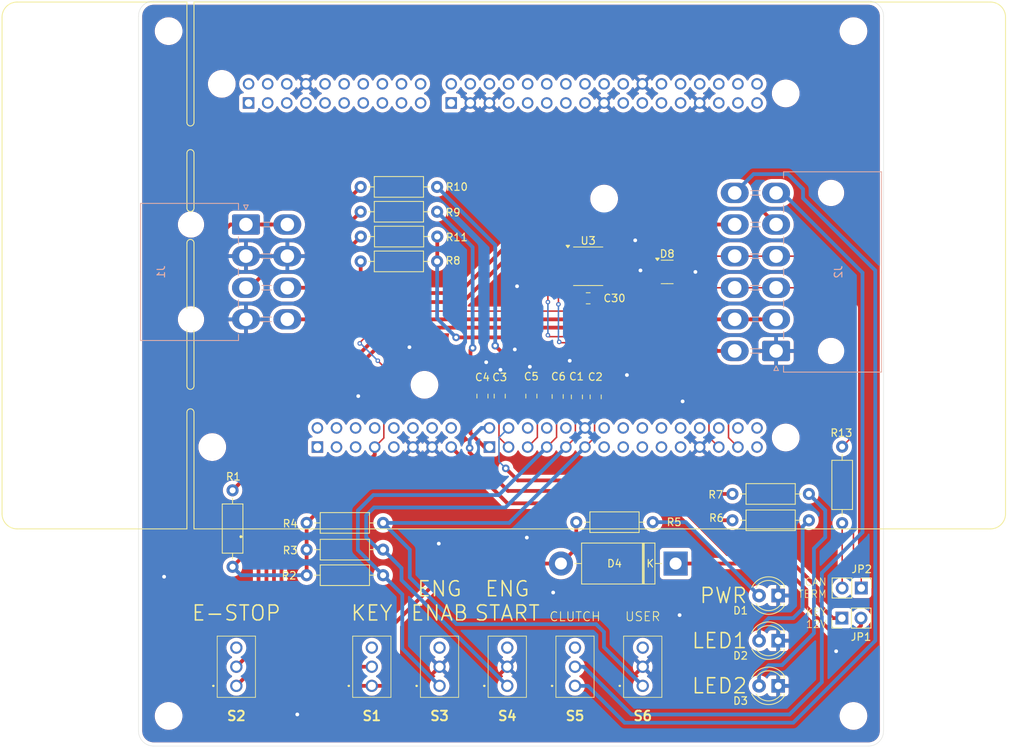
<source format=kicad_pcb>
(kicad_pcb (version 20240108) (generator "pcbnew") (generator_version "8.0")
  (layers (0 "F.Cu" signal) (31 "B.Cu" signal) (34 "B.Paste" user) (35 "F.Paste" user) (36 "B.SilkS" user "B.Silkscreen") (37 "F.SilkS" user "F.Silkscreen") (38 "B.Mask" user) (39 "F.Mask" user) (44 "Edge.Cuts" user))
  (net 0 "")
  (net 1 "/ENG_START")
  (net 2 "GND")
  (net 3 "/USER_SWITCH")
  (net 4 "/APS_2")
  (net 5 "/APS_1")
  (net 6 "/BRAKE_SWITCH")
  (net 7 "/ENG_ENABLE")
  (net 8 "+3V3")
  (net 9 "Net-(D1-A)")
  (net 10 "Net-(D2-A)")
  (net 11 "Net-(D3-A)")
  (net 12 "+12V")
  (net 13 "/KEYSWITCH_RETURN")
  (net 14 "/CANL")
  (net 15 "/CANH")
  (net 16 "Net-(J1-Pin_1)")
  (net 17 "/ESTOP_FEED")
  (net 18 "/ESTOP_RETURN")
  (net 19 "/KEYSWITCH_FEED")
  (net 20 "/CLUTCH_GND")
  (net 21 "/CLUTCH_RTN")
  (net 22 "/VIN")
  (net 23 "Net-(JP2-B)")
  (net 24 "/LED1")
  (net 25 "/LED2")
  (net 35 "/CAN_RX")
  (net 53 "/CAN_TX")
  (net 112 "/APS_2_FLT")
  (net 113 "/APS_1_FLT")
  (net 114 "/BRAKE_FLT")
  (footprint "MountingHole:MountingHole_3.2mm_M3" (layer "F.Cu") (at 65 53)
    (property "Reference" "REF**" (hide yes))
    (property "Value" "MountingHole_3.2mm_M3")
  )
  (footprint "Resistor_THT:R_Axial_DIN0207_L6.3mm_D2.5mm_P10.16mm_Horizontal" (layer "F.Cu") (at 154.5 118.38 90)
    (property "Reference" "R13")
    (property "Value" "120R")
  )
  (footprint "SamacSys_Parts:2MS1T2B4M2QES" (layer "F.Cu") (at 101 140)
    (property "Reference" "S3")
    (property "Value" "ENG_ENABLE" (hide yes))
  )
  (footprint "Capacitor_SMD:C_0805_2012Metric_Pad1.18x1.45mm_HandSolder" (layer "F.Cu") (at 106.7 101.5 -90)
    (property "Reference" "C4")
    (property "Value" "100n")
  )
  (footprint "Capacitor_SMD:C_0805_2012Metric_Pad1.18x1.45mm_HandSolder" (layer "F.Cu") (at 119.25 101.6 -90)
    (property "Reference" "C1")
    (property "Value" "100n")
  )
  (footprint "Capacitor_SMD:C_0805_2012Metric_Pad1.18x1.45mm_HandSolder" (layer "F.Cu") (at 120.75 88.5 180)
    (property "Reference" "C30")
    (property "Value" "100n")
  )
  (footprint "SamacSys_Parts:2MS1T2B4M2QES" (layer "F.Cu") (at 128 140)
    (property "Reference" "S6")
    (property "Value" "USER" (hide yes))
  )
  (footprint "Connector_PinHeader_2.54mm:PinHeader_1x02_P2.54mm_Vertical" (layer "F.Cu") (at 154.46 131 90)
    (property "Reference" "JP1")
    (property "Value" "12V_TO_VIN")
  )
  (footprint "Resistor_THT:R_Axial_DIN0207_L6.3mm_D2.5mm_P10.16mm_Horizontal" (layer "F.Cu") (at 90.540001 80.3)
    (property "Reference" "R11")
    (property "Value" "1k")
  )
  (footprint "Resistor_THT:R_Axial_DIN0207_L6.3mm_D2.5mm_P10.16mm_Horizontal" (layer "F.Cu") (at 119.17 118.25)
    (property "Reference" "R5")
    (property "Value" "10k")
  )
  (footprint "Resistor_THT:R_Axial_DIN0207_L6.3mm_D2.5mm_P10.16mm_Horizontal" (layer "F.Cu") (at 139.92 118)
    (property "Reference" "R6")
    (property "Value" "1k")
  )
  (footprint "Resistor_THT:R_Axial_DIN0207_L6.3mm_D2.5mm_P10.16mm_Horizontal" (layer "F.Cu") (at 100.68 83.6 180)
    (property "Reference" "R8")
    (property "Value" "10k")
  )
  (footprint "Capacitor_SMD:C_0805_2012Metric_Pad1.18x1.45mm_HandSolder" (layer "F.Cu") (at 116.7 101.55 -90)
    (property "Reference" "C6")
    (property "Value" "100n")
  )
  (footprint "LED_THT:LED_D4.0mm" (layer "F.Cu") (at 146 134 180)
    (property "Reference" "D2")
    (property "Value" "LED1-RED")
  )
  (footprint "custom:MODULE_NUCLEO-F429ZI" (layer "F.Cu") (at 109.54 84.14 90)
    (property "Reference" "U2" (hide yes))
    (property "Value" "NUCLEO-F429ZI")
  )
  (footprint "Capacitor_SMD:C_0805_2012Metric_Pad1.18x1.45mm_HandSolder" (layer "F.Cu") (at 121.75 101.6 -90)
    (property "Reference" "C2")
    (property "Value" "100n")
  )
  (footprint "Resistor_THT:R_Axial_DIN0207_L6.3mm_D2.5mm_P10.16mm_Horizontal" (layer "F.Cu") (at 90.52 77)
    (property "Reference" "R9")
    (property "Value" "1k")
  )
  (footprint "Capacitor_SMD:C_0805_2012Metric_Pad1.18x1.45mm_HandSolder" (layer "F.Cu") (at 109 101.5 -90)
    (property "Reference" "C3")
    (property "Value" "100n")
  )
  (footprint "SamacSys_Parts:2MS1T2B4M2QES" (layer "F.Cu") (at 110 140)
    (property "Reference" "S4")
    (property "Value" "ENG_START" (hide yes))
  )
  (footprint "MountingHole:MountingHole_3.2mm_M3" (layer "F.Cu") (at 99 100)
    (property "Reference" "REF**" (hide yes))
    (property "Value" "MountingHole_3.2mm_M3")
  )
  (footprint "Package_TO_SOT_SMD:SOT-23-3" (layer "F.Cu") (at 131.25 85)
    (property "Reference" "D8")
    (property "Value" "SM24CANB-02HTG")
  )
  (footprint "Resistor_THT:R_Axial_DIN0207_L6.3mm_D2.5mm_P10.16mm_Horizontal" (layer "F.Cu") (at 93.5 118.35 180)
    (property "Reference" "R4")
    (property "Value" "10k")
  )
  (footprint "Resistor_THT:R_Axial_DIN0207_L6.3mm_D2.5mm_P10.16mm_Horizontal" (layer "F.Cu") (at 93.5 125.3 180)
    (property "Reference" "R2")
    (property "Value" "10k")
  )
  (footprint "Resistor_THT:R_Axial_DIN0207_L6.3mm_D2.5mm_P10.16mm_Horizontal" (layer "F.Cu") (at 100.679999 73.7 180)
    (property "Reference" "R10")
    (property "Value" "1k")
  )
  (footprint "MountingHole:MountingHole_3.2mm_M3" (layer "F.Cu") (at 156 144)
    (property "Reference" "REF**" (hide yes))
    (property "Value" "MountingHole_3.2mm_M3")
  )
  (footprint "SamacSys_Parts:2MS1T2B4M2QES" (layer "F.Cu") (at 92 140)
    (property "Reference" "S1")
    (property "Value" "KEYSWITCH" (hide yes))
  )
  (footprint "SamacSys_Parts:2MS1T2B4M2QES" (layer "F.Cu") (at 119 140)
    (property "Reference" "S5")
    (property "Value" "CLUTCH" (hide yes))
  )
  (footprint "Package_SO:SOIC-8_3.9x4.9mm_P1.27mm" (layer "F.Cu") (at 120.75 84.25)
    (property "Reference" "U3")
    (property "Value" "SN65HVD233")
  )
  (footprint "Resistor_THT:R_Axial_DIN0207_L6.3mm_D2.5mm_P10.16mm_Horizontal" (layer "F.Cu") (at 139.92 114.5)
    (property "Reference" "R7")
    (property "Value" "1k")
  )
  (footprint "MountingHole:MountingHole_3.2mm_M3" (layer "F.Cu") (at 156 53)
    (property "Reference" "REF**" (hide yes))
    (property "Value" "MountingHole_3.2mm_M3")
  )
  (footprint "Resistor_THT:R_Axial_DIN0207_L6.3mm_D2.5mm_P10.16mm_Horizontal" (layer "F.Cu") (at 73.5 114.02 -90)
    (property "Reference" "R1")
    (property "Value" "120R")
  )
  (footprint "Capacitor_SMD:C_0805_2012Metric_Pad1.18x1.45mm_HandSolder" (layer "F.Cu") (at 113.2 101.5 -90)
    (property "Reference" "C5")
    (property "Value" "100n")
  )
  (footprint "Resistor_THT:R_Axial_DIN0207_L6.3mm_D2.5mm_P10.16mm_Horizontal" (layer "F.Cu") (at 93.5 121.9 180)
    (property "Reference" "R3")
    (property "Value" "10k")
  )
  (footprint "LED_THT:LED_D4.0mm" (layer "F.Cu") (at 146 128 180)
    (property "Reference" "D1")
    (property "Value" "KEYSWITCH-BLUE")
  )
  (footprint "LED_THT:LED_D4.0mm" (layer "F.Cu") (at 146 140 180)
    (property "Reference" "D3")
    (property "Value" "LED1-GREEN")
  )
  (footprint "Connector_PinHeader_2.54mm:PinHeader_1x02_P2.54mm_Vertical" (layer "F.Cu") (at 157.04 127 -90)
    (property "Reference" "JP2")
    (property "Value" "CAN_TERM")
  )
  (footprint "Diode_THT:D_DO-201AD_P15.24mm_Horizontal" (layer "F.Cu") (at 132.37 123.75 180)
    (property "Reference" "D4")
    (property "Value" "1N5820")
  )
  (footprint "MountingHole:MountingHole_3.2mm_M3" (layer "F.Cu") (at 65 144)
    (property "Reference" "REF**" (hide yes))
    (property "Value" "MountingHole_3.2mm_M3")
  )
  (footprint "SamacSys_Parts:2MS1T2B4M2QES" (layer "F.Cu") (at 74 140)
    (property "Reference" "S2")
    (property "Value" "E-STOP" (hide yes))
  )
  (footprint "Connector_Molex:Molex_Mini-Fit_Jr_5569-08A2_2x04_P4.20mm_Horizontal" (layer "B.Cu") (at 75.275 78.7 -90)
    (property "Reference" "J1")
    (property "Value" "39-30-1080")
  )
  (footprint "Connector_Molex:Molex_Mini-Fit_Jr_5569-12A2_2x06_P4.20mm_Horizontal" (layer "B.Cu") (at 145.725 95.5 90)
    (property "Reference" "J2")
    (property "Value" "39-30-1120")
  )
  (gr_arc (start 158 49) (mid 159.414214 49.585786) (end 160 51) (stroke (width 0.05)) (layer "Edge.Cuts"))
  (gr_line (start 63 49) (end 158 49) (stroke (width 0.05)) (layer "Edge.Cuts"))
  (gr_arc (start 63 148) (mid 61.585786 147.414214) (end 61 146) (stroke (width 0.05)) (layer "Edge.Cuts"))
  (gr_line (start 158 148) (end 63 148) (stroke (width 0.05)) (layer "Edge.Cuts"))
  (gr_arc (start 61 51) (mid 61.585786 49.585786) (end 63 49) (stroke (width 0.05)) (layer "Edge.Cuts"))
  (gr_arc (start 160 146) (mid 159.414214 147.414214) (end 158 148) (stroke (width 0.05)) (layer "Edge.Cuts"))
  (gr_line (start 61 146) (end 61 51) (stroke (width 0.05)) (layer "Edge.Cuts"))
  (gr_line (start 160 51) (end 160 146) (stroke (width 0.05)) (layer "Edge.Cuts"))
  (gr_text "KEY\n12V" (at 152.5 131 0) (layer "F.SilkS") (effects (font (size 1 1) (thickness 0.1)) (justify right)))
  (gr_text "LED1" (at 142 134 0) (layer "F.SilkS") (effects (font (size 2 2) (thickness 0.2)) (justify right)))
  (gr_text "LED2" (at 142 140 0) (layer "F.SilkS") (effects (font (size 2 2) (thickness 0.2)) (justify right)))
  (gr_text "ENG\nSTART" (at 110 131.5 0) (layer "F.SilkS") (effects (font (size 2 2) (thickness 0.2)) (justify bottom)))
  (gr_text "CAN\nTERM" (at 152.5 127 0) (layer "F.SilkS") (effects (font (size 1 1) (thickness 0.1)) (justify right)))
  (gr_text "KEY" (at 92 131.5 0) (layer "F.SilkS") (effects (font (size 2 2) (thickness 0.2)) (justify bottom)))
  (gr_text "ENG\nENAB" (at 101 131.5 0) (layer "F.SilkS") (effects (font (size 2 2) (thickness 0.2)) (justify bottom)))
  (gr_text "PWR" (at 142 128 0) (layer "F.SilkS") (effects (font (size 2 2) (thickness 0.2)) (justify right)))
  (gr_text "CLUTCH" (at 119 131.5 0) (layer "F.SilkS") (effects (font (size 1.2 1.2) (thickness 0.12)) (justify bottom)))
  (gr_text "E-STOP" (at 74 131.5 0) (layer "F.SilkS") (effects (font (size 2 2) (thickness 0.2)) (justify bottom)))
  (gr_text "USER" (at 128 131.5 0) (layer "F.SilkS") (effects (font (size 1.2 1.2) (thickness 0.12)) (justify bottom)))
  (segment (start 119.3 102.6375) (end 119.05 102.8875) (width 0.2) (layer "F.Cu") (net 1))
  (segment (start 119.05 107.010001) (end 117.79 108.270001) (width 0.2) (layer "F.Cu") (net 1))
  (segment (start 119.05 102.8875) (end 119.05 107.010001) (width 0.2) (layer "F.Cu") (net 1))
  (segment (start 110 140) (end 95.95 125.95) (width 0.5) (layer "B.Cu") (net 1))
  (segment (start 91.25 117.35) (end 91.25 120.25) (width 0.5) (layer "B.Cu") (net 1))
  (segment (start 92.3 116.3) (end 91.25 117.35) (width 0.5) (layer "B.Cu") (net 1))
  (segment (start 91.25 120.25) (end 92.9 121.9) (width 0.5) (layer "B.Cu") (net 1))
  (segment (start 117.79 108.270001) (end 109.760001 116.3) (width 0.5) (layer "B.Cu") (net 1))
  (segment (start 95.95 125.95) (end 95.95 124.35) (width 0.5) (layer "B.Cu") (net 1))
  (segment (start 95.95 124.35) (end 93.5 121.9) (width 0.5) (layer "B.Cu") (net 1))
  (segment (start 109.760001 116.3) (end 92.3 116.3) (width 0.5) (layer "B.Cu") (net 1))
  (segment (start 92.9 121.9) (end 93.5 121.9) (width 0.2) (layer "B.Cu") (net 1))
  (via (at 125.9 98.7) (size 1) (drill 0.5) (layers "F.Cu" "B.Cu") (net 2))
  (via (at 97 95) (size 1) (drill 0.5) (layers "F.Cu" "B.Cu") (net 2))
  (via (at 82.1 143.8) (size 1) (drill 0.5) (layers "F.Cu" "B.Cu") (net 2))
  (via (at 153.7 135.4) (size 1) (drill 0.5) (layers "F.Cu" "B.Cu") (net 2))
  (via (at 113 97.6) (size 1) (drill 0.5) (layers "F.Cu" "B.Cu") (net 2))
  (via (at 127.7 84.8) (size 1) (drill 0.5) (layers "F.Cu" "B.Cu") (net 2))
  (via (at 111 95.3) (size 1) (drill 0.5) (layers "F.Cu" "B.Cu") (net 2))
  (via (at 132.9 130.6) (size 1) (drill 0.5) (layers "F.Cu" "B.Cu") (net 2))
  (via (at 107.2 97) (size 1) (drill 0.5) (layers "F.Cu" "B.Cu") (net 2))
  (via (at 90.2 101.5) (size 1) (drill 0.5) (layers "F.Cu" "B.Cu") (net 2))
  (via (at 133.3 102.2) (size 1) (drill 0.5) (layers "F.Cu" "B.Cu") (net 2))
  (via (at 112.6 120.3) (size 1) (drill 0.5) (layers "F.Cu" "B.Cu") (net 2))
  (via (at 64.4 125.5) (size 1) (drill 0.5) (layers "F.Cu" "B.Cu") (net 2))
  (via (at 135 85) (size 1) (drill 0.5) (layers "F.Cu" "B.Cu") (net 2))
  (via (at 109.1 98) (size 1) (drill 0.5) (layers "F.Cu" "B.Cu") (net 2))
  (via (at 100.9 121.1) (size 1) (drill 0.5) (layers "F.Cu" "B.Cu") (net 2))
  (via (at 118.3 96.8) (size 1) (drill 0.5) (layers "F.Cu" "B.Cu") (net 2))
  (via (at 127 80.8) (size 1) (drill 0.5) (layers "F.Cu" "B.Cu") (net 2))
  (via (at 111.3 86.9) (size 1) (drill 0.5) (layers "F.Cu" "B.Cu") (net 2))
  (via (at 116.1 127.6) (size 1) (drill 0.5) (layers "F.Cu" "B.Cu") (net 2))
  (segment (start 121.75 102.6375) (end 121.6 102.7875) (width 0.2) (layer "F.Cu") (net 3))
  (segment (start 121.6 102.7875) (end 121.6 107) (width 0.2) (layer "F.Cu") (net 3))
  (segment (start 121.6 107) (end 120.33 108.27) (width 0.2) (layer "F.Cu") (net 3))
  (segment (start 122.85 132.85) (end 121.8 131.8) (width 0.5) (layer "B.Cu") (net 3))
  (segment (start 122.85 134.85) (end 122.85 132.85) (width 0.5) (layer "B.Cu") (net 3))
  (segment (start 93.5 118.35) (end 110.25 118.35) (width 0.5) (layer "B.Cu") (net 3))
  (segment (start 103.25 131.8) (end 97.05 125.6) (width 0.5) (layer "B.Cu") (net 3))
  (segment (start 97.05 125.6) (end 97.05 121.9) (width 0.5) (layer "B.Cu") (net 3))
  (segment (start 110.25 118.35) (end 120.33 108.27) (width 0.5) (layer "B.Cu") (net 3))
  (segment (start 128 140) (end 122.85 134.85) (width 0.5) (layer "B.Cu") (net 3))
  (segment (start 97.05 121.9) (end 93.5 118.35) (width 0.5) (layer "B.Cu") (net 3))
  (segment (start 121.8 131.8) (end 103.25 131.8) (width 0.5) (layer "B.Cu") (net 3))
  (segment (start 75.8 87.1) (end 77.9 85) (width 0.5) (layer "F.Cu") (net 4))
  (segment (start 75.275 87.1) (end 75.8 87.1) (width 0.5) (layer "F.Cu") (net 4))
  (segment (start 77.9 85) (end 83.6 85) (width 0.5) (layer "F.Cu") (net 4))
  (segment (start 85.7 78.519999) (end 90.519999 73.7) (width 0.5) (layer "F.Cu") (net 4))
  (segment (start 85.7 82.9) (end 85.7 78.519999) (width 0.5) (layer "F.Cu") (net 4))
  (segment (start 83.6 85) (end 85.7 82.9) (width 0.5) (layer "F.Cu") (net 4))
  (segment (start 87.5 80.02) (end 90.52 77) (width 0.5) (layer "F.Cu") (net 5))
  (segment (start 80.775 87.1) (end 85 87.1) (width 0.5) (layer "F.Cu") (net 5))
  (segment (start 87.5 84.6) (end 87.5 80.02) (width 0.5) (layer "F.Cu") (net 5))
  (segment (start 85 87.1) (end 87.5 84.6) (width 0.5) (layer "F.Cu") (net 5))
  (segment (start 88.8 82.040001) (end 90.540001 80.3) (width 0.5) (layer "F.Cu") (net 6))
  (segment (start 85.1 91.3) (end 88.8 87.6) (width 0.5) (layer "F.Cu") (net 6))
  (segment (start 88.8 87.6) (end 88.8 82.040001) (width 0.5) (layer "F.Cu") (net 6))
  (segment (start 80.775 91.3) (end 85.1 91.3) (width 0.5) (layer "F.Cu") (net 6))
  (segment (start 116.7 102.5875) (end 116.55 102.7375) (width 0.2) (layer "F.Cu") (net 7))
  (segment (start 116.55 102.7375) (end 116.55 106.97) (width 0.2) (layer "F.Cu") (net 7))
  (segment (start 116.55 106.97) (end 115.25 108.27) (width 0.2) (layer "F.Cu") (net 7))
  (segment (start 90.15 116.7) (end 92.2 114.65) (width 0.5) (layer "B.Cu") (net 7))
  (segment (start 108.87 114.65) (end 115.25 108.27) (width 0.5) (layer "B.Cu") (net 7))
  (segment (start 96.05 135.05) (end 96.05 127.85) (width 0.5) (layer "B.Cu") (net 7))
  (segment (start 92.2 114.65) (end 108.87 114.65) (width 0.5) (layer "B.Cu") (net 7))
  (segment (start 101 140) (end 96.05 135.05) (width 0.5) (layer "B.Cu") (net 7))
  (segment (start 96.05 127.85) (end 93.5 125.3) (width 0.5) (layer "B.Cu") (net 7))
  (segment (start 90.15 121.95) (end 90.15 116.7) (width 0.5) (layer "B.Cu") (net 7))
  (segment (start 93.5 125.3) (end 90.15 121.95) (width 0.5) (layer "B.Cu") (net 7))
  (segment (start 118.275 84.885) (end 119.885 84.885) (width 0.2) (layer "F.Cu") (net 8))
  (segment (start 92.39 108.27) (end 93.6 107.06) (width 0.2) (layer "F.Cu") (net 8))
  (segment (start 119.885 84.885) (end 120.5 85.5) (width 0.2) (layer "F.Cu") (net 8))
  (segment (start 118.0125 90.2) (end 119.7125 88.5) (width 0.2) (layer "F.Cu") (net 8))
  (segment (start 92.39 109.3) (end 83.34 118.35) (width 0.5) (layer "F.Cu") (net 8))
  (segment (start 75.9 103.4) (end 90.52 88.78) (width 0.5) (layer "F.Cu") (net 8))
  (segment (start 93.6 97.6) (end 92.8 96.8) (width 0.2) (layer "F.Cu") (net 8))
  (segment (start 83.34 118.35) (end 83.34 121.9) (width 0.5) (layer "F.Cu") (net 8))
  (segment (start 90.4 94.5) (end 90.4 94.4) (width 0.2) (layer "F.Cu") (net 8))
  (segment (start 119.7125 88.0375) (end 119.7125 88.5) (width 0.2) (layer "F.Cu") (net 8))
  (segment (start 120.5 85.5) (end 120.5 87.25) (width 0.2) (layer "F.Cu") (net 8))
  (segment (start 93.6 104.4) (end 93.6 97.6) (width 0.2) (layer "F.Cu") (net 8))
  (segment (start 83.34 125.3) (end 83.34 121.9) (width 0.5) (layer "F.Cu") (net 8))
  (segment (start 92.39 108.27) (end 92.39 109.3) (width 0.5) (layer "F.Cu") (net 8))
  (segment (start 75.9 121.78) (end 75.9 103.4) (width 0.5) (layer "F.Cu") (net 8))
  (segment (start 90.4 94.4) (end 94.6 90.2) (width 0.2) (layer "F.Cu") (net 8))
  (segment (start 90.52 88.78) (end 90.52 83.6) (width 0.5) (layer "F.Cu") (net 8))
  (segment (start 94.6 90.2) (end 118.0125 90.2) (width 0.2) (layer "F.Cu") (net 8))
  (segment (start 120.5 87.25) (end 119.7125 88.0375) (width 0.2) (layer "F.Cu") (net 8))
  (segment (start 93.6 107.06) (end 93.6 104.4) (width 0.2) (layer "F.Cu") (net 8))
  (segment (start 73.5 124.18) (end 75.9 121.78) (width 0.5) (layer "F.Cu") (net 8))
  (via (at 90.4 94.5) (size 0.6) (drill 0.3) (layers "F.Cu" "B.Cu") (net 8))
  (via (at 92.8 96.8) (size 0.6) (drill 0.3) (layers "F.Cu" "B.Cu") (net 8))
  (segment (start 83.34 125.3) (end 74.62 125.3) (width 0.5) (layer "B.Cu") (net 8))
  (segment (start 92.39 108.81) (end 92.39 108.27) (width 0.5) (layer "B.Cu") (net 8))
  (segment (start 90.5 94.5) (end 90.4 94.5) (width 0.2) (layer "B.Cu") (net 8))
  (segment (start 74.62 125.3) (end 73.5 124.18) (width 0.5) (layer "B.Cu") (net 8))
  (segment (start 92.8 96.8) (end 90.5 94.5) (width 0.2) (layer "B.Cu") (net 8))
  (segment (start 129.33 118.25) (end 133.71 118.25) (width 0.5) (layer "B.Cu") (net 9))
  (segment (start 133.71 118.25) (end 143.46 128) (width 0.5) (layer "B.Cu") (net 9))
  (segment (start 149.25 118.83) (end 150.08 118) (width 0.5) (layer "B.Cu") (net 10))
  (segment (start 144.75 131) (end 148 131) (width 0.5) (layer "B.Cu") (net 10))
  (segment (start 143.46 134) (end 143.46 132.29) (width 0.5) (layer "B.Cu") (net 10))
  (segment (start 143.46 132.29) (end 144.75 131) (width 0.5) (layer "B.Cu") (net 10))
  (segment (start 148 131) (end 149.25 129.75) (width 0.5) (layer "B.Cu") (net 10))
  (segment (start 149.25 129.75) (end 149.25 118.83) (width 0.5) (layer "B.Cu") (net 10))
  (segment (start 146.5 137.25) (end 150.75 133) (width 0.5) (layer "B.Cu") (net 11))
  (segment (start 143.46 140) (end 143.46 138.54) (width 0.5) (layer "B.Cu") (net 11))
  (segment (start 150.75 133) (end 150.75 121.75) (width 0.5) (layer "B.Cu") (net 11))
  (segment (start 144.75 137.25) (end 146.5 137.25) (width 0.5) (layer "B.Cu") (net 11))
  (segment (start 152.25 116.67) (end 150.08 114.5) (width 0.5) (layer "B.Cu") (net 11))
  (segment (start 152.25 120.25) (end 152.25 116.67) (width 0.5) (layer "B.Cu") (net 11))
  (segment (start 143.46 138.54) (end 144.75 137.25) (width 0.5) (layer "B.Cu") (net 11))
  (segment (start 150.75 121.75) (end 152.25 120.25) (width 0.5) (layer "B.Cu") (net 11))
  (segment (start 146.25 123.75) (end 149.75 127.25) (width 0.5) (layer "F.Cu") (net 12))
  (segment (start 156 133) (end 157 132) (width 0.5) (layer "F.Cu") (net 12))
  (segment (start 149.75 129.5) (end 153.25 133) (width 0.5) (layer "F.Cu") (net 12))
  (segment (start 157 132) (end 157 131) (width 0.5) (layer "F.Cu") (net 12))
  (segment (start 149.75 127.25) (end 149.75 129.5) (width 0.5) (layer "F.Cu") (net 12))
  (segment (start 132.37 123.75) (end 146.25 123.75) (width 0.5) (layer "F.Cu") (net 12))
  (segment (start 153.25 133) (end 156 133) (width 0.5) (layer "F.Cu") (net 12))
  (segment (start 145.724999 91.3) (end 145.725 91.300001) (width 0.5) (layer "F.Cu") (net 13))
  (segment (start 95 138.5) (end 95 131.75) (width 0.5) (layer "F.Cu") (net 13))
  (segment (start 92 140) (end 93.5 140) (width 0.5) (layer "F.Cu") (net 13))
  (segment (start 119.17 118.25) (end 119.17 121.71) (width 0.5) (layer "F.Cu") (net 13))
  (segment (start 94.95 91.3) (end 140.225 91.3) (width 0.5) (layer "F.Cu") (net 13))
  (segment (start 90 140) (end 79 129) (width 0.5) (layer "F.Cu") (net 13))
  (segment (start 95 131.75) (end 103 123.75) (width 0.5) (layer "F.Cu") (net 13))
  (segment (start 79 107.25) (end 94.95 91.3) (width 0.5) (layer "F.Cu") (net 13))
  (segment (start 79 129) (end 79 107.25) (width 0.5) (layer "F.Cu") (net 13))
  (segment (start 103 123.75) (end 117.13 123.75) (width 0.5) (layer "F.Cu") (net 13))
  (segment (start 140.225 91.3) (end 145.724999 91.3) (width 0.5) (layer "F.Cu") (net 13))
  (segment (start 92 140) (end 90 140) (width 0.5) (layer "F.Cu") (net 13))
  (segment (start 93.5 140) (end 95 138.5) (width 0.5) (layer "F.Cu") (net 13))
  (segment (start 119.17 121.71) (end 117.13 123.75) (width 0.5) (layer "F.Cu") (net 13))
  (segment (start 155.4 107.32) (end 154.5 108.22) (width 0.2) (layer "F.Cu") (net 14))
  (segment (start 128.9625 87.1) (end 128.75 87.1) (width 0.2) (layer "F.Cu") (net 14))
  (segment (start 145.725 87.1) (end 152.6 87.1) (width 0.2) (layer "F.Cu") (net 14))
  (segment (start 145.725 87.1) (end 140.225 87.1) (width 0.2) (layer "F.Cu") (net 14))
  (segment (start 127.35 87.1) (end 128.75 87.1) (width 0.2) (layer "F.Cu") (net 14))
  (segment (start 152.6 87.1) (end 155.4 89.9) (width 0.2) (layer "F.Cu") (net 14))
  (segment (start 125.135 84.885) (end 127.35 87.1) (width 0.2) (layer "F.Cu") (net 14))
  (segment (start 123.225 84.885) (end 125.135 84.885) (width 0.2) (layer "F.Cu") (net 14))
  (segment (start 130.1125 85.95) (end 128.9625 87.1) (width 0.2) (layer "F.Cu") (net 14))
  (segment (start 155.4 89.9) (end 155.4 107.32) (width 0.2) (layer "F.Cu") (net 14))
  (segment (start 128.75 87.1) (end 140.225 87.1) (width 0.2) (layer "F.Cu") (net 14))
  (segment (start 128.9625 82.9) (end 128.75 82.9) (width 0.2) (layer "F.Cu") (net 15))
  (segment (start 125.635 83.615) (end 123.225 83.615) (width 0.2) (layer "F.Cu") (net 15))
  (segment (start 140.225 82.9) (end 128.75 82.9) (width 0.2) (layer "F.Cu") (net 15))
  (segment (start 140.225 82.9) (end 145.724999 82.9) (width 0.2) (layer "F.Cu") (net 15))
  (segment (start 130.1125 84.05) (end 128.9625 82.9) (width 0.2) (layer "F.Cu") (net 15))
  (segment (start 128.75 82.9) (end 126.35 82.9) (width 0.2) (layer "F.Cu") (net 15))
  (segment (start 156 89.8) (end 149.100001 82.900001) (width 0.2) (layer "F.Cu") (net 15))
  (segment (start 156 123) (end 156 89.8) (width 0.2) (layer "F.Cu") (net 15))
  (segment (start 157.04 124.04) (end 156 123) (width 0.2) (layer "F.Cu") (net 15))
  (segment (start 149.100001 82.900001) (end 145.725 82.900001) (width 0.2) (layer "F.Cu") (net 15))
  (segment (start 126.35 82.9) (end 125.635 83.615) (width 0.2) (layer "F.Cu") (net 15))
  (segment (start 157.04 127) (end 157.04 124.04) (width 0.2) (layer "F.Cu") (net 15))
  (segment (start 145.724999 82.9) (end 145.725 82.900001) (width 0.2) (layer "F.Cu") (net 15))
  (segment (start 74.7 97.2) (end 71.4 93.9) (width 0.5) (layer "F.Cu") (net 16))
  (segment (start 73.5 114.02) (end 74.7 112.82) (width 0.5) (layer "F.Cu") (net 16))
  (segment (start 80.775 78.7) (end 75.275 78.7) (width 0.5) (layer "F.Cu") (net 16))
  (segment (start 74.7 112.82) (end 74.7 97.2) (width 0.5) (layer "F.Cu") (net 16))
  (segment (start 71.4 80.5) (end 73.2 78.7) (width 0.5) (layer "F.Cu") (net 16))
  (segment (start 73.2 78.7) (end 75.275 78.7) (width 0.5) (layer "F.Cu") (net 16))
  (segment (start 71.4 93.9) (end 71.4 80.5) (width 0.5) (layer "F.Cu") (net 16))
  (segment (start 76.95 103.95) (end 93.1 87.8) (width 0.5) (layer "F.Cu") (net 17))
  (segment (start 113.7 77.7) (end 136.3 77.7) (width 0.5) (layer "F.Cu") (net 17))
  (segment (start 93.1 87.8) (end 103.6 87.8) (width 0.5) (layer "F.Cu") (net 17))
  (segment (start 143.625 76.6) (end 145.725 78.7) (width 0.5) (layer "F.Cu") (net 17))
  (segment (start 76.95 134.51) (end 76.95 103.95) (width 0.5) (layer "F.Cu") (net 17))
  (segment (start 103.6 87.8) (end 113.7 77.7) (width 0.5) (layer "F.Cu") (net 17))
  (segment (start 136.3 77.7) (end 137.4 76.6) (width 0.5) (layer "F.Cu") (net 17))
  (segment (start 74 137.46) (end 76.95 134.51) (width 0.5) (layer "F.Cu") (net 17))
  (segment (start 137.4 76.6) (end 143.625 76.6) (width 0.5) (layer "F.Cu") (net 17))
  (segment (start 93.8 89) (end 78 104.8) (width 0.5) (layer "F.Cu") (net 18))
  (segment (start 104.1 89) (end 93.8 89) (width 0.5) (layer "F.Cu") (net 18))
  (segment (start 140.225 78.7) (end 114.4 78.7) (width 0.5) (layer "F.Cu") (net 18))
  (segment (start 78 136) (end 74 140) (width 0.5) (layer "F.Cu") (net 18))
  (segment (start 78 104.8) (end 78 136) (width 0.5) (layer "F.Cu") (net 18))
  (segment (start 114.4 78.7) (end 104.1 89) (width 0.5) (layer "F.Cu") (net 18))
  (segment (start 92 137.46) (end 89.46 137.46) (width 0.5) (layer "F.Cu") (net 19))
  (segment (start 137.9 95.5) (end 140.225 95.5) (width 0.5) (layer "F.Cu") (net 19))
  (segment (start 80 128) (end 80 107.75) (width 0.5) (layer "F.Cu") (net 19))
  (segment (start 80 107.75) (end 95.35 92.4) (width 0.5) (layer "F.Cu") (net 19))
  (segment (start 89.46 137.46) (end 80 128) (width 0.5) (layer "F.Cu") (net 19))
  (segment (start 95.35 92.4) (end 134.8 92.4) (width 0.5) (layer "F.Cu") (net 19))
  (segment (start 134.8 92.4) (end 137.9 95.5) (width 0.5) (layer "F.Cu") (net 19))
  (segment (start 145.725 74.500001) (end 146.600001 74.500001) (width 0.5) (layer "B.Cu") (net 20))
  (segment (start 157.2 119.6) (end 151.8 125) (width 0.5) (layer "B.Cu") (net 20))
  (segment (start 147.5 143.8) (end 126.5 143.8) (width 0.5) (layer "B.Cu") (net 20))
  (segment (start 151.8 139.5) (end 147.5 143.8) (width 0.5) (layer "B.Cu") (net 20))
  (segment (start 146.600001 74.500001) (end 157.2 85.1) (width 0.5) (layer "B.Cu") (net 20))
  (segment (start 120.16 137.46) (end 119 137.46) (width 0.5) (layer "B.Cu") (net 20))
  (segment (start 126.5 143.8) (end 120.16 137.46) (width 0.5) (layer "B.Cu") (net 20))
  (segment (start 157.2 85.1) (end 157.2 119.6) (width 0.5) (layer "B.Cu") (net 20))
  (segment (start 151.8 125) (end 151.8 139.5) (width 0.5) (layer "B.Cu") (net 20))
  (segment (start 120.7 140) (end 125.6 144.9) (width 0.5) (layer "B.Cu") (net 21))
  (segment (start 125.6 144.9) (end 148 144.9) (width 0.5) (layer "B.Cu") (net 21))
  (segment (start 158.9 84.8) (end 149.3 75.2) (width 0.5) (layer "B.Cu") (net 21))
  (segment (start 149.3 75.2) (end 149.3 74) (width 0.5) (layer "B.Cu") (net 21))
  (segment (start 148 144.9) (end 158.9 134) (width 0.5) (layer "B.Cu") (net 21))
  (segment (start 158.9 134) (end 158.9 84.8) (width 0.5) (layer "B.Cu") (net 21))
  (segment (start 142.725 72) (end 140.225 74.5) (width 0.5) (layer "B.Cu") (net 21))
  (segment (start 147.3 72) (end 142.725 72) (width 0.5) (layer "B.Cu") (net 21))
  (segment (start 119 140) (end 120.7 140) (width 0.5) (layer "B.Cu") (net 21))
  (segment (start 149.3 74) (end 147.3 72) (width 0.5) (layer "B.Cu") (net 21))
  (segment (start 132.5 115.75) (end 110.03 115.75) (width 0.5) (layer "F.Cu") (net 22))
  (segment (start 151.25 129) (end 151.25 127) (width 0.5) (layer "F.Cu") (net 22))
  (segment (start 154.46 131) (end 153.25 131) (width 0.5) (layer "F.Cu") (net 22))
  (segment (start 151.25 127) (end 146.75 122.5) (width 0.5) (layer "F.Cu") (net 22))
  (segment (start 139.25 122.5) (end 132.5 115.75) (width 0.5) (layer "F.Cu") (net 22))
  (segment (start 110.03 115.75) (end 102.55 108.27) (width 0.5) (layer "F.Cu") (net 22))
  (segment (start 146.75 122.5) (end 139.25 122.5) (width 0.5) (layer "F.Cu") (net 22))
  (segment (start 153.25 131) (end 151.25 129) (width 0.5) (layer "F.Cu") (net 22))
  (segment (start 154.5 118.38) (end 154.5 127) (width 0.2) (layer "F.Cu") (net 23))
  (segment (start 105 109.00173) (end 105 108.4) (width 0.5) (layer "F.Cu") (net 24))
  (segment (start 132.8 114.1) (end 110.09827 114.1) (width 0.5) (layer "F.Cu") (net 24))
  (segment (start 139.92 118) (end 136.7 118) (width 0.5) (layer "F.Cu") (net 24))
  (segment (start 110.09827 114.1) (end 105 109.00173) (width 0.5) (layer "F.Cu") (net 24))
  (segment (start 136.7 118) (end 132.8 114.1) (width 0.5) (layer "F.Cu") (net 24))
  (via (at 105 108.4) (size 1) (drill 0.5) (layers "F.Cu" "B.Cu") (net 24))
  (segment (start 105 108.4) (end 105 107.3) (width 0.5) (layer "B.Cu") (net 24))
  (segment (start 106.570001 105.729999) (end 107.63 105.729999) (width 0.5) (layer "B.Cu") (net 24))
  (segment (start 105 107.3) (end 106.570001 105.729999) (width 0.5) (layer "B.Cu") (net 24))
  (segment (start 111.4 112.7) (end 109.8 111.1) (width 0.5) (layer "F.Cu") (net 25))
  (segment (start 139.92 114.5) (end 135.9 114.5) (width 0.5) (layer "F.Cu") (net 25))
  (segment (start 134.1 112.7) (end 111.4 112.7) (width 0.5) (layer "F.Cu") (net 25))
  (segment (start 135.9 114.5) (end 134.1 112.7) (width 0.5) (layer "F.Cu") (net 25))
  (via (at 109.8 111.1) (size 1) (drill 0.5) (layers "F.Cu" "B.Cu") (net 25))
  (segment (start 108.9 110.2) (end 109.8 111.1) (width 0.2) (layer "B.Cu") (net 25))
  (segment (start 110.17 105.73) (end 108.9 107) (width 0.2) (layer "B.Cu") (net 25))
  (segment (start 108.9 107) (end 108.9 110.2) (width 0.2) (layer "B.Cu") (net 25))
  (segment (start 116.9 94.3) (end 117 94.4) (width 0.2) (layer "F.Cu") (net 35))
  (segment (start 136.8 100.1) (end 136.8 106.96) (width 0.2) (layer "F.Cu") (net 35))
  (segment (start 136.8 106.96) (end 138.11 108.27) (width 0.2) (layer "F.Cu") (net 35))
  (segment (start 116.8 89.3) (end 116.8 87.63) (width 0.2) (layer "F.Cu") (net 35))
  (segment (start 116.8 87.63) (end 118.275 86.155) (width 0.2) (layer "F.Cu") (net 35))
  (segment (start 131.1 94.4) (end 136.8 100.1) (width 0.2) (layer "F.Cu") (net 35))
  (segment (start 117 94.4) (end 131.1 94.4) (width 0.2) (layer "F.Cu") (net 35))
  (via (at 116.8 89.3) (size 0.6) (drill 0.3) (layers "F.Cu" "B.Cu") (net 35))
  (via (at 116.9 94.3) (size 0.6) (drill 0.3) (layers "F.Cu" "B.Cu") (net 35))
  (segment (start 116.9 94.3) (end 116.8 94.2) (width 0.2) (layer "B.Cu") (net 35))
  (segment (start 116.8 94.2) (end 116.8 89.3) (width 0.2) (layer "B.Cu") (net 35))
  (segment (start 139.4 101.6) (end 135.8 98) (width 0.2) (layer "F.Cu") (net 53))
  (segment (start 140.65 108.270001) (end 139.4 107.020001) (width 0.2) (layer "F.Cu") (net 53))
  (segment (start 139.4 107.020001) (end 139.4 105.5) (width 0.2) (layer "F.Cu") (net 53))
  (segment (start 114.1 85.8) (end 114.1 83.6) (width 0.2) (layer "F.Cu") (net 53))
  (segment (start 115.355 82.345) (end 118.275 82.345) (width 0.2) (layer "F.Cu") (net 53))
  (segment (start 135.8 98) (end 131.4 93.6) (width 0.2) (layer "F.Cu") (net 53))
  (segment (start 126.5 93.6) (end 115.6 93.6) (width 0.2) (layer "F.Cu") (net 53))
  (segment (start 139.4 105.5) (end 139.4 101.6) (width 0.2) (layer "F.Cu") (net 53))
  (segment (start 115.4 87.1) (end 114.1 85.8) (width 0.2) (layer "F.Cu") (net 53))
  (segment (start 115.6 93.6) (end 115.4 93.4) (width 0.2) (layer "F.Cu") (net 53))
  (segment (start 115.4 89) (end 115.4 87.1) (width 0.2) (layer "F.Cu") (net 53))
  (segment (start 131.4 93.6) (end 126.5 93.6) (width 0.2) (layer "F.Cu") (net 53))
  (segment (start 114.1 83.6) (end 115.355 82.345) (width 0.2) (layer "F.Cu") (net 53))
  (via (at 115.4 89) (size 0.6) (drill 0.3) (layers "F.Cu" "B.Cu") (net 53))
  (via (at 115.4 93.4) (size 0.6) (drill 0.3) (layers "F.Cu" "B.Cu") (net 53))
  (segment (start 115.4 93.4) (end 115.4 89) (width 0.2) (layer "B.Cu") (net 53))
  (segment (start 108.4 94.8) (end 111.1 97.5) (width 0.5) (layer "F.Cu") (net 112))
  (segment (start 109.8625 102.5375) (end 109 102.5375) (width 0.5) (layer "F.Cu") (net 112))
  (segment (start 111.1 101.3) (end 109.8625 102.5375) (width 0.5) (layer "F.Cu") (net 112))
  (segment (start 108.9 102.6375) (end 109 102.5375) (width 0.2) (layer "F.Cu") (net 112))
  (segment (start 108.9 107) (end 108.9 102.6375) (width 0.2) (layer "F.Cu") (net 112))
  (segment (start 110.17 108.27) (end 108.9 107) (width 0.2) (layer "F.Cu") (net 112))
  (segment (start 111.1 97.5) (end 111.1 101.3) (width 0.5) (layer "F.Cu") (net 112))
  (via (at 108.4 94.8) (size 1) (drill 0.5) (layers "F.Cu" "B.Cu") (net 112))
  (segment (start 100.679999 73.7) (end 108.4 81.420001) (width 0.5) (layer "B.Cu") (net 112))
  (segment (start 108.4 81.420001) (end 108.4 94.8) (width 0.5) (layer "B.Cu") (net 112))
  (segment (start 105.1099 106.4099) (end 106.970001 108.270001) (width 0.5) (layer "F.Cu") (net 113))
  (segment (start 106.970001 108.270001) (end 107.63 108.270001) (width 0.5) (layer "F.Cu") (net 113))
  (segment (start 105.1099 95.3901) (end 105.1099 103.9) (width 0.5) (layer "F.Cu") (net 113))
  (segment (start 106.7 102.5375) (end 106.4724 102.5375) (width 0.5) (layer "F.Cu") (net 113))
  (segment (start 106.4724 102.5375) (end 105.1099 103.9) (width 0.5) (layer "F.Cu") (net 113))
  (segment (start 105.4 95.1) (end 105.1099 95.3901) (width 0.5) (layer "F.Cu") (net 113))
  (segment (start 105.1099 103.9) (end 105.1099 106.4099) (width 0.5) (layer "F.Cu") (net 113))
  (via (at 105.4 95.1) (size 1) (drill 0.5) (layers "F.Cu" "B.Cu") (net 113))
  (segment (start 100.68 77) (end 105.4 81.72) (width 0.5) (layer "B.Cu") (net 113))
  (segment (start 105.4 81.72) (end 105.4 95.1) (width 0.5) (layer "B.Cu") (net 113))
  (segment (start 112.71 108.27) (end 114 106.98) (width 0.2) (layer "F.Cu") (net 114))
  (segment (start 113.4625 102.5375) (end 113.2 102.5375) (width 0.5) (layer "F.Cu") (net 114))
  (segment (start 103.2 93.7) (end 111.6 93.7) (width 0.5) (layer "F.Cu") (net 114))
  (segment (start 114.9 101.1) (end 113.4625 102.5375) (width 0.5) (layer "F.Cu") (net 114))
  (segment (start 114.9 97) (end 114.9 101.1) (width 0.5) (layer "F.Cu") (net 114))
  (segment (start 114 106.98) (end 114 103.3375) (width 0.2) (layer "F.Cu") (net 114))
  (segment (start 100.700001 83.579999) (end 100.68 83.6) (width 0.5) (layer "F.Cu") (net 114))
  (segment (start 100.700001 80.3) (end 100.700001 83.579999) (width 0.5) (layer "F.Cu") (net 114))
  (segment (start 114 103.3375) (end 113.2 102.5375) (width 0.2) (layer "F.Cu") (net 114))
  (segment (start 111.6 93.7) (end 114.9 97) (width 0.5) (layer "F.Cu") (net 114))
  (via (at 103.2 93.7) (size 1) (drill 0.5) (layers "F.Cu" "B.Cu") (net 114))
  (segment (start 100.68 91.18) (end 103.2 93.7) (width 0.5) (layer "B.Cu") (net 114))
  (segment (start 100.68 83.6) (end 100.68 91.18) (width 0.5) (layer "B.Cu") (net 114))
  (zone (net 2) (net_name "GND") (layers "F&B.Cu") (connect_pads (clearance 0.5)) (min_thickness 0.25) (fill yes (thermal_gap 0.5) (thermal_bridge_width 0.5))
    (polygon (pts (xy 61 49) (xy 160 49) (xy 160 148) (xy 61 148)))
  )
)
</source>
